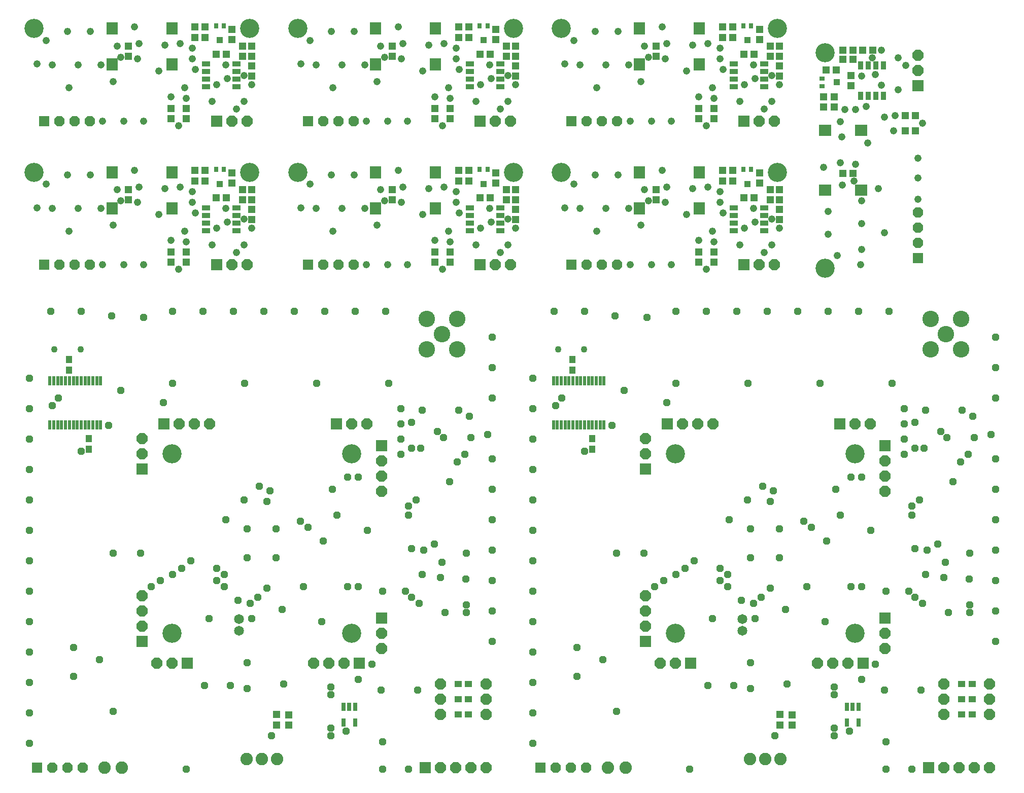
<source format=gbs>
G75*
G70*
%OFA0B0*%
%FSLAX24Y24*%
%IPPOS*%
%LPD*%
%AMOC8*
5,1,8,0,0,1.08239X$1,22.5*
%
%ADD10C,0.1261*%
%ADD11R,0.0217X0.0630*%
%ADD12R,0.0395X0.0474*%
%ADD13C,0.0434*%
%ADD14R,0.0297X0.0552*%
%ADD15C,0.1080*%
%ADD16R,0.0674X0.0674*%
%ADD17OC8,0.0674*%
%ADD18C,0.0820*%
%ADD19R,0.0740X0.0740*%
%ADD20OC8,0.0740*%
%ADD21R,0.0474X0.0513*%
%ADD22C,0.0650*%
%ADD23R,0.0474X0.0395*%
%ADD24R,0.0769X0.0789*%
%ADD25R,0.0580X0.0330*%
%ADD26R,0.0513X0.0474*%
%ADD27R,0.0434X0.0434*%
%ADD28R,0.0316X0.0356*%
%ADD29R,0.0789X0.0769*%
%ADD30R,0.0330X0.0580*%
%ADD31R,0.0356X0.0316*%
%ADD32OC8,0.0476*%
%ADD33C,0.0476*%
D10*
X010023Y010023D03*
X021834Y010023D03*
X021834Y021834D03*
X010023Y021834D03*
X015141Y040337D03*
X018290Y040337D03*
X018290Y049786D03*
X015141Y049786D03*
X000967Y049786D03*
X000967Y040337D03*
X032463Y040337D03*
X035613Y040337D03*
X035613Y049786D03*
X032463Y049786D03*
X049786Y049786D03*
X052936Y048211D03*
X049786Y040337D03*
X052936Y034038D03*
X054904Y021834D03*
X043093Y021834D03*
X043093Y010023D03*
X054904Y010023D03*
D11*
X038414Y023741D03*
X038158Y023741D03*
X037902Y023741D03*
X037647Y023741D03*
X037391Y023741D03*
X037135Y023741D03*
X036879Y023741D03*
X036623Y023741D03*
X036367Y023741D03*
X036111Y023741D03*
X035855Y023741D03*
X035599Y023741D03*
X035343Y023741D03*
X035087Y023741D03*
X035087Y026619D03*
X035343Y026619D03*
X035599Y026619D03*
X035855Y026619D03*
X036111Y026619D03*
X036367Y026619D03*
X036623Y026619D03*
X036879Y026619D03*
X037135Y026619D03*
X037391Y026619D03*
X037647Y026619D03*
X037902Y026619D03*
X038158Y026619D03*
X038414Y026619D03*
X005343Y026619D03*
X005087Y026619D03*
X004832Y026619D03*
X004576Y026619D03*
X004320Y026619D03*
X004064Y026619D03*
X003808Y026619D03*
X003552Y026619D03*
X003296Y026619D03*
X003040Y026619D03*
X002784Y026619D03*
X002528Y026619D03*
X002273Y026619D03*
X002017Y026619D03*
X002017Y023741D03*
X002273Y023741D03*
X002528Y023741D03*
X002784Y023741D03*
X003040Y023741D03*
X003296Y023741D03*
X003552Y023741D03*
X003808Y023741D03*
X004064Y023741D03*
X004320Y023741D03*
X004576Y023741D03*
X004832Y023741D03*
X005087Y023741D03*
X005343Y023741D03*
D12*
X004580Y022815D03*
X004580Y022145D03*
X003280Y027345D03*
X003280Y028015D03*
X036351Y028015D03*
X036351Y027345D03*
X037651Y022815D03*
X037651Y022145D03*
D13*
X037117Y028680D03*
X035385Y028680D03*
X004046Y028680D03*
X002314Y028680D03*
D14*
X021306Y005192D03*
X021680Y005192D03*
X022054Y005192D03*
X022054Y004168D03*
X021306Y004168D03*
X054377Y004168D03*
X055125Y004168D03*
X055125Y005192D03*
X054751Y005192D03*
X054377Y005192D03*
D15*
X059853Y028680D03*
X060853Y029680D03*
X061853Y028680D03*
X061853Y030680D03*
X059853Y030680D03*
X028782Y030680D03*
X027782Y029680D03*
X028782Y028680D03*
X026782Y028680D03*
X026782Y030680D03*
D16*
X001180Y001180D03*
X034251Y001180D03*
X036278Y034251D03*
X036278Y043700D03*
X018956Y043700D03*
X018956Y034251D03*
X001633Y034251D03*
X001633Y043700D03*
X059023Y034704D03*
D17*
X059023Y035704D03*
X059023Y036704D03*
X059023Y037704D03*
X039278Y034251D03*
X038278Y034251D03*
X037278Y034251D03*
X037278Y043700D03*
X038278Y043700D03*
X039278Y043700D03*
X021956Y043700D03*
X020956Y043700D03*
X019956Y043700D03*
X019956Y034251D03*
X020956Y034251D03*
X021956Y034251D03*
X004633Y034251D03*
X003633Y034251D03*
X002633Y034251D03*
X002633Y043700D03*
X003633Y043700D03*
X004633Y043700D03*
X004180Y001180D03*
X003180Y001180D03*
X002180Y001180D03*
X035251Y001180D03*
X036251Y001180D03*
X037251Y001180D03*
D18*
X038681Y001180D03*
X039821Y001180D03*
X047999Y001755D03*
X048999Y001755D03*
X049999Y001755D03*
X016928Y001755D03*
X015928Y001755D03*
X014928Y001755D03*
X006750Y001180D03*
X005610Y001180D03*
D19*
X011023Y008054D03*
X008054Y009507D03*
X022349Y008054D03*
X023802Y011023D03*
X026680Y001180D03*
X041125Y009507D03*
X044093Y008054D03*
X055420Y008054D03*
X056873Y011023D03*
X059751Y001180D03*
X041125Y020834D03*
X042578Y023802D03*
X053904Y023802D03*
X056873Y022349D03*
X047605Y034251D03*
X047605Y043700D03*
X059023Y046030D03*
X030282Y043700D03*
X030282Y034251D03*
X020834Y023802D03*
X023802Y022349D03*
X009507Y023802D03*
X008054Y020834D03*
X012960Y034251D03*
X012960Y043700D03*
D20*
X013960Y043700D03*
X014960Y043700D03*
X014960Y034251D03*
X013960Y034251D03*
X012507Y023802D03*
X011507Y023802D03*
X010507Y023802D03*
X008054Y022834D03*
X008054Y021834D03*
X008054Y012507D03*
X008054Y011507D03*
X008054Y010507D03*
X009023Y008054D03*
X010023Y008054D03*
X019349Y008054D03*
X020349Y008054D03*
X021349Y008054D03*
X023802Y009023D03*
X023802Y010023D03*
X027680Y006680D03*
X027680Y005680D03*
X027680Y004680D03*
X030680Y004680D03*
X030680Y005680D03*
X030680Y006680D03*
X030680Y001180D03*
X029680Y001180D03*
X028680Y001180D03*
X027680Y001180D03*
X041125Y010507D03*
X041125Y011507D03*
X041125Y012507D03*
X042093Y008054D03*
X043093Y008054D03*
X052420Y008054D03*
X053420Y008054D03*
X054420Y008054D03*
X056873Y009023D03*
X056873Y010023D03*
X060751Y006680D03*
X060751Y005680D03*
X060751Y004680D03*
X063751Y004680D03*
X063751Y005680D03*
X063751Y006680D03*
X063751Y001180D03*
X062751Y001180D03*
X061751Y001180D03*
X060751Y001180D03*
X056873Y019349D03*
X056873Y020349D03*
X056873Y021349D03*
X055904Y023802D03*
X054904Y023802D03*
X045578Y023802D03*
X044578Y023802D03*
X043578Y023802D03*
X041125Y022834D03*
X041125Y021834D03*
X048605Y034251D03*
X049605Y034251D03*
X049605Y043700D03*
X048605Y043700D03*
X059023Y047030D03*
X059023Y048030D03*
X032282Y043700D03*
X031282Y043700D03*
X031282Y034251D03*
X032282Y034251D03*
X022834Y023802D03*
X021834Y023802D03*
X023802Y021349D03*
X023802Y020349D03*
X023802Y019349D03*
D21*
X027303Y034416D03*
X027303Y035086D03*
X028303Y035086D03*
X028303Y034416D03*
X032603Y037216D03*
X032603Y037886D03*
X032603Y038516D03*
X032003Y038516D03*
X032003Y039186D03*
X032603Y039186D03*
X031303Y039616D03*
X031303Y040286D03*
X028303Y043865D03*
X028303Y044534D03*
X027303Y044534D03*
X027303Y043865D03*
X024503Y047965D03*
X024503Y048634D03*
X031303Y049065D03*
X031303Y049734D03*
X032003Y048634D03*
X032603Y048634D03*
X032603Y047965D03*
X032003Y047965D03*
X032603Y047334D03*
X032603Y046665D03*
X024503Y039186D03*
X024503Y038516D03*
X015280Y038516D03*
X014680Y038516D03*
X015280Y037886D03*
X015280Y037216D03*
X015280Y039186D03*
X014680Y039186D03*
X013980Y039616D03*
X013980Y040286D03*
X010980Y043865D03*
X010980Y044534D03*
X009980Y044534D03*
X009980Y043865D03*
X007180Y047965D03*
X007180Y048634D03*
X013980Y049065D03*
X013980Y049734D03*
X014680Y048634D03*
X015280Y048634D03*
X015280Y047965D03*
X014680Y047965D03*
X015280Y047334D03*
X015280Y046665D03*
X007180Y039186D03*
X007180Y038516D03*
X009980Y035086D03*
X010980Y035086D03*
X010980Y034416D03*
X009980Y034416D03*
X041826Y038516D03*
X041826Y039186D03*
X044626Y035086D03*
X045626Y035086D03*
X045626Y034416D03*
X044626Y034416D03*
X049926Y037216D03*
X049926Y037886D03*
X049926Y038516D03*
X049326Y038516D03*
X049326Y039186D03*
X049926Y039186D03*
X048626Y039616D03*
X048626Y040286D03*
X045626Y043865D03*
X045626Y044534D03*
X044626Y044534D03*
X044626Y043865D03*
X041826Y047965D03*
X041826Y048634D03*
X048626Y049065D03*
X048626Y049734D03*
X049326Y048634D03*
X049926Y048634D03*
X049926Y047965D03*
X049326Y047965D03*
X049926Y047334D03*
X049926Y046665D03*
X052823Y045286D03*
X053523Y045286D03*
X053523Y044616D03*
X052823Y044616D03*
X054623Y046016D03*
X054623Y046686D03*
X050758Y004650D03*
X049975Y004679D03*
X049975Y004010D03*
X050758Y003981D03*
X017687Y003981D03*
X017687Y004650D03*
X016904Y004679D03*
X016904Y004010D03*
D22*
X014436Y010188D03*
X014436Y010975D03*
X047507Y010975D03*
X047507Y010188D03*
D23*
X061916Y006680D03*
X062586Y006680D03*
X062586Y005680D03*
X061916Y005680D03*
X061916Y004680D03*
X062586Y004680D03*
X029515Y004680D03*
X028845Y004680D03*
X028845Y005680D03*
X029515Y005680D03*
X029515Y006680D03*
X028845Y006680D03*
D24*
X027345Y037975D03*
X027345Y040337D03*
X023408Y040337D03*
X023408Y037975D03*
X023408Y047424D03*
X023408Y049786D03*
X027345Y049786D03*
X027345Y047424D03*
X040731Y047424D03*
X040731Y049786D03*
X044668Y049786D03*
X044668Y047424D03*
X044668Y040337D03*
X044668Y037975D03*
X040731Y037975D03*
X040731Y040337D03*
X010023Y040337D03*
X010023Y037975D03*
X006086Y037975D03*
X006086Y040337D03*
X006086Y047424D03*
X006086Y049786D03*
X010023Y049786D03*
X010023Y047424D03*
D25*
X012280Y047450D03*
X012280Y046950D03*
X012280Y046450D03*
X012280Y045950D03*
X014280Y045950D03*
X014280Y046450D03*
X014280Y046950D03*
X014280Y047450D03*
X014280Y038001D03*
X014280Y037501D03*
X014280Y037001D03*
X014280Y036501D03*
X012280Y036501D03*
X012280Y037001D03*
X012280Y037501D03*
X012280Y038001D03*
X029603Y038001D03*
X029603Y037501D03*
X029603Y037001D03*
X029603Y036501D03*
X031603Y036501D03*
X031603Y037001D03*
X031603Y037501D03*
X031603Y038001D03*
X031603Y045950D03*
X031603Y046450D03*
X031603Y046950D03*
X031603Y047450D03*
X029603Y047450D03*
X029603Y046950D03*
X029603Y046450D03*
X029603Y045950D03*
X046926Y045950D03*
X046926Y046450D03*
X046926Y046950D03*
X046926Y047450D03*
X048926Y047450D03*
X048926Y046950D03*
X048926Y046450D03*
X048926Y045950D03*
X048926Y038001D03*
X048926Y037501D03*
X048926Y037001D03*
X048926Y036501D03*
X046926Y036501D03*
X046926Y037001D03*
X046926Y037501D03*
X046926Y038001D03*
D26*
X047591Y038651D03*
X048260Y038651D03*
X046860Y039751D03*
X046191Y039751D03*
X046191Y040451D03*
X046860Y040451D03*
X054088Y040251D03*
X054757Y040251D03*
X058188Y043051D03*
X058857Y043051D03*
X058857Y044051D03*
X058188Y044051D03*
X053657Y047051D03*
X052988Y047051D03*
X054088Y047751D03*
X054088Y048351D03*
X054757Y048351D03*
X054757Y047751D03*
X055388Y048351D03*
X056057Y048351D03*
X048260Y048100D03*
X047591Y048100D03*
X046860Y049200D03*
X046191Y049200D03*
X046191Y049900D03*
X046860Y049900D03*
X030937Y048100D03*
X030268Y048100D03*
X029537Y049200D03*
X028868Y049200D03*
X028868Y049900D03*
X029537Y049900D03*
X029537Y040451D03*
X028868Y040451D03*
X028868Y039751D03*
X029537Y039751D03*
X030268Y038651D03*
X030937Y038651D03*
X013615Y038651D03*
X012945Y038651D03*
X012215Y039751D03*
X011545Y039751D03*
X011545Y040451D03*
X012215Y040451D03*
X012945Y048100D03*
X013615Y048100D03*
X012215Y049200D03*
X011545Y049200D03*
X011545Y049900D03*
X012215Y049900D03*
D27*
X013180Y049027D03*
X013180Y039578D03*
X030503Y039578D03*
X030503Y049027D03*
X047826Y049027D03*
X053695Y046251D03*
X047826Y039578D03*
D28*
X048082Y040523D03*
X047570Y040523D03*
X047570Y049972D03*
X048082Y049972D03*
X030759Y049972D03*
X030247Y049972D03*
X030247Y040523D03*
X030759Y040523D03*
X013436Y040523D03*
X012924Y040523D03*
X012924Y049972D03*
X013436Y049972D03*
D29*
X052936Y043093D03*
X055298Y043093D03*
X055298Y039156D03*
X052936Y039156D03*
D30*
X055273Y045351D03*
X055773Y045351D03*
X056273Y045351D03*
X056773Y045351D03*
X056773Y047351D03*
X056273Y047351D03*
X055773Y047351D03*
X055273Y047351D03*
D31*
X052750Y046507D03*
X052750Y045995D03*
D32*
X053151Y031180D03*
X055151Y031180D03*
X057151Y031180D03*
X057324Y026456D03*
X058151Y024780D03*
X058851Y023880D03*
X058151Y023780D03*
X058151Y022780D03*
X058851Y022180D03*
X059451Y022180D03*
X058151Y021780D03*
X060551Y023280D03*
X060951Y022880D03*
X062651Y024280D03*
X061951Y024680D03*
X062751Y022880D03*
X063851Y023080D03*
X064151Y021480D03*
X062351Y021780D03*
X061851Y021280D03*
X061351Y019980D03*
X059151Y018780D03*
X058651Y018380D03*
X058651Y017780D03*
X060351Y015880D03*
X059651Y015480D03*
X058851Y015580D03*
X059551Y013880D03*
X060751Y013680D03*
X060851Y014680D03*
X062451Y015280D03*
X064151Y015480D03*
X064151Y013480D03*
X062401Y013580D03*
X062451Y011880D03*
X062451Y011380D03*
X061051Y011380D03*
X059351Y011980D03*
X058851Y012380D03*
X058451Y012780D03*
X056951Y012780D03*
X055351Y013080D03*
X054651Y013080D03*
X052951Y010780D03*
X051751Y013080D03*
X050351Y011580D03*
X049351Y012980D03*
X048751Y012380D03*
X048251Y011980D03*
X047451Y012180D03*
X046551Y013080D03*
X046051Y013480D03*
X046551Y013880D03*
X046051Y014280D03*
X044351Y014780D03*
X043751Y014280D03*
X043151Y013880D03*
X042351Y013480D03*
X041751Y013080D03*
X041051Y015280D03*
X039251Y015280D03*
X033751Y014780D03*
X033751Y012780D03*
X033751Y010780D03*
X033751Y008780D03*
X033751Y006780D03*
X033751Y004780D03*
X033751Y002780D03*
X036651Y007180D03*
X038351Y008280D03*
X036651Y009080D03*
X039251Y004880D03*
X044051Y001080D03*
X049651Y003280D03*
X048051Y006380D03*
X046951Y006580D03*
X045251Y006580D03*
X048051Y008080D03*
X050451Y006680D03*
X053551Y006480D03*
X053551Y005980D03*
X055351Y006980D03*
X056251Y007980D03*
X056851Y006280D03*
X059251Y006280D03*
X056951Y002880D03*
X056951Y001080D03*
X058651Y001080D03*
X054551Y003580D03*
X053551Y003780D03*
X053551Y003280D03*
X048351Y010980D03*
X045551Y010980D03*
X048051Y014980D03*
X049951Y014980D03*
X049951Y016880D03*
X051551Y017380D03*
X052051Y016980D03*
X053051Y016080D03*
X053951Y017780D03*
X053651Y019480D03*
X054651Y020280D03*
X055351Y020280D03*
X055951Y016780D03*
X049351Y018680D03*
X049551Y019380D03*
X048851Y019680D03*
X047851Y018780D03*
X046651Y017480D03*
X048051Y016880D03*
X038951Y023680D03*
X037151Y021980D03*
X033751Y022780D03*
X033751Y020780D03*
X033751Y018780D03*
X033751Y016780D03*
X031080Y017480D03*
X031080Y015480D03*
X029380Y015280D03*
X027780Y014680D03*
X027680Y013680D03*
X026480Y013880D03*
X025380Y012780D03*
X025780Y012380D03*
X026280Y011980D03*
X027980Y011380D03*
X029380Y011380D03*
X029380Y011880D03*
X029330Y013580D03*
X031080Y013480D03*
X031080Y011480D03*
X031080Y009480D03*
X026180Y006280D03*
X023780Y006280D03*
X022280Y006980D03*
X023180Y007980D03*
X020480Y006480D03*
X020480Y005980D03*
X020480Y003780D03*
X020480Y003280D03*
X021480Y003580D03*
X023880Y002880D03*
X023880Y001080D03*
X025580Y001080D03*
X017380Y006680D03*
X014980Y006380D03*
X013880Y006580D03*
X012180Y006580D03*
X014980Y008080D03*
X015280Y010980D03*
X015180Y011980D03*
X015680Y012380D03*
X016280Y012980D03*
X014380Y012180D03*
X013480Y013080D03*
X012980Y013480D03*
X013480Y013880D03*
X012980Y014280D03*
X011280Y014780D03*
X010680Y014280D03*
X010080Y013880D03*
X009280Y013480D03*
X008680Y013080D03*
X007980Y015280D03*
X006180Y015280D03*
X000680Y014780D03*
X000680Y012780D03*
X000680Y010780D03*
X000680Y008780D03*
X000680Y006780D03*
X000680Y004780D03*
X000680Y002780D03*
X006180Y004880D03*
X003580Y007180D03*
X003580Y009080D03*
X005280Y008280D03*
X012480Y010980D03*
X017280Y011580D03*
X018680Y013080D03*
X019880Y010780D03*
X021580Y013080D03*
X022280Y013080D03*
X023880Y012780D03*
X025780Y015580D03*
X026580Y015480D03*
X027280Y015880D03*
X025580Y017780D03*
X025580Y018380D03*
X026080Y018780D03*
X028280Y019980D03*
X028780Y021280D03*
X029280Y021780D03*
X029680Y022880D03*
X030780Y023080D03*
X029580Y024280D03*
X028880Y024680D03*
X027480Y023280D03*
X027880Y022880D03*
X026380Y022180D03*
X025780Y022180D03*
X025080Y021780D03*
X025080Y022780D03*
X025080Y023780D03*
X025780Y023880D03*
X026480Y024680D03*
X025080Y024780D03*
X024253Y026456D03*
X019529Y026456D03*
X014804Y026456D03*
X010080Y026456D03*
X009480Y025180D03*
X006680Y025980D03*
X005880Y023680D03*
X004080Y021980D03*
X000680Y022780D03*
X000680Y020780D03*
X000680Y018780D03*
X000680Y016780D03*
X000680Y024780D03*
X002180Y024980D03*
X002580Y025480D03*
X000680Y026780D03*
X006080Y030880D03*
X004080Y031180D03*
X002080Y031180D03*
X008180Y030780D03*
X010080Y031180D03*
X012080Y031180D03*
X014080Y031180D03*
X016080Y031180D03*
X018080Y031180D03*
X020080Y031180D03*
X022080Y031180D03*
X024080Y031180D03*
X031080Y029480D03*
X031080Y027480D03*
X031080Y025480D03*
X033751Y024780D03*
X035251Y024980D03*
X035651Y025480D03*
X033751Y026780D03*
X039151Y030880D03*
X037151Y031180D03*
X035151Y031180D03*
X041251Y030780D03*
X043151Y031180D03*
X045151Y031180D03*
X047151Y031180D03*
X049151Y031180D03*
X051151Y031180D03*
X052600Y026456D03*
X047875Y026456D03*
X043151Y026456D03*
X042551Y025180D03*
X039751Y025980D03*
X031080Y021480D03*
X031080Y019480D03*
X022880Y016780D03*
X020880Y017780D03*
X018980Y016980D03*
X018480Y017380D03*
X016880Y016880D03*
X016280Y018680D03*
X016480Y019380D03*
X015780Y019680D03*
X014780Y018780D03*
X013580Y017480D03*
X014980Y016880D03*
X014980Y014980D03*
X016880Y014980D03*
X019980Y016080D03*
X020580Y019480D03*
X021580Y020280D03*
X022280Y020280D03*
X016580Y003280D03*
X010980Y001080D03*
X059551Y024680D03*
X064151Y025480D03*
X064151Y027480D03*
X064151Y029480D03*
X064151Y019480D03*
X064151Y017480D03*
X064151Y011480D03*
X064151Y009480D03*
D33*
X045126Y033951D03*
X045626Y035751D03*
X045526Y036451D03*
X044626Y035851D03*
X043826Y037551D03*
X042426Y038351D03*
X041326Y038451D03*
X041066Y039190D03*
X042226Y040451D03*
X042526Y039351D03*
X044226Y039251D03*
X045226Y039351D03*
X046026Y039051D03*
X046026Y038351D03*
X046226Y037651D03*
X047626Y036651D03*
X048326Y037051D03*
X048226Y037951D03*
X049426Y037251D03*
X049926Y036651D03*
X049426Y035551D03*
X048926Y035051D03*
X047326Y035551D03*
X042826Y034251D03*
X041526Y034251D03*
X040126Y034251D03*
X037926Y036451D03*
X038526Y037951D03*
X036826Y037951D03*
X035826Y038001D03*
X036426Y039551D03*
X037826Y040151D03*
X039326Y040151D03*
X040026Y037951D03*
X040826Y036851D03*
X045126Y043400D03*
X047326Y045000D03*
X047626Y046100D03*
X048326Y046500D03*
X048226Y047400D03*
X049426Y046700D03*
X049926Y046100D03*
X049426Y045000D03*
X048926Y044500D03*
X045626Y045200D03*
X045526Y045900D03*
X044626Y045300D03*
X043826Y047000D03*
X042426Y047800D03*
X041326Y047900D03*
X041066Y048639D03*
X040026Y047400D03*
X040826Y046300D03*
X038526Y047400D03*
X036826Y047400D03*
X035826Y047450D03*
X036426Y049000D03*
X037826Y049600D03*
X039326Y049600D03*
X042226Y049900D03*
X042526Y048800D03*
X044226Y048700D03*
X045226Y048800D03*
X046026Y048500D03*
X046026Y047800D03*
X046226Y047100D03*
X042826Y043700D03*
X041526Y043700D03*
X040126Y043700D03*
X037926Y045900D03*
X032603Y046100D03*
X032103Y046700D03*
X031003Y046500D03*
X030303Y046100D03*
X030003Y045000D03*
X028303Y045200D03*
X028203Y045900D03*
X027303Y045300D03*
X026503Y047000D03*
X025103Y047800D03*
X025203Y048800D03*
X024903Y049900D03*
X023743Y048639D03*
X024003Y047900D03*
X022703Y047400D03*
X023503Y046300D03*
X021203Y047400D03*
X020603Y045900D03*
X019503Y047400D03*
X018503Y047450D03*
X019103Y049000D03*
X020503Y049600D03*
X022003Y049600D03*
X026903Y048700D03*
X027903Y048800D03*
X028703Y048500D03*
X028703Y047800D03*
X028903Y047100D03*
X030903Y047400D03*
X032103Y045000D03*
X031603Y044500D03*
X027803Y043400D03*
X025503Y043700D03*
X024203Y043700D03*
X022803Y043700D03*
X022003Y040151D03*
X020503Y040151D03*
X019103Y039551D03*
X019503Y037951D03*
X018503Y038001D03*
X020603Y036451D03*
X021203Y037951D03*
X022703Y037951D03*
X023503Y036851D03*
X024003Y038451D03*
X023743Y039190D03*
X025203Y039351D03*
X025103Y038351D03*
X026503Y037551D03*
X027303Y035851D03*
X028303Y035751D03*
X028203Y036451D03*
X030003Y035551D03*
X030303Y036651D03*
X031003Y037051D03*
X030903Y037951D03*
X032103Y037251D03*
X032603Y036651D03*
X032103Y035551D03*
X031603Y035051D03*
X028903Y037651D03*
X028703Y038351D03*
X028703Y039051D03*
X027903Y039351D03*
X026903Y039251D03*
X024903Y040451D03*
X025503Y034251D03*
X024203Y034251D03*
X022803Y034251D03*
X027803Y033951D03*
X015280Y036651D03*
X014780Y037251D03*
X013680Y037051D03*
X012980Y036651D03*
X012680Y035551D03*
X014280Y035051D03*
X014780Y035551D03*
X013580Y037951D03*
X011580Y037651D03*
X011380Y038351D03*
X011380Y039051D03*
X010580Y039351D03*
X009580Y039251D03*
X007880Y039351D03*
X007780Y038351D03*
X006680Y038451D03*
X006421Y039190D03*
X007580Y040451D03*
X004680Y040151D03*
X003180Y040151D03*
X001780Y039551D03*
X002180Y037951D03*
X001180Y038001D03*
X003280Y036451D03*
X003880Y037951D03*
X005380Y037951D03*
X006180Y036851D03*
X005480Y034251D03*
X006880Y034251D03*
X008180Y034251D03*
X009980Y035851D03*
X010980Y035751D03*
X010880Y036451D03*
X009180Y037551D03*
X010480Y033951D03*
X010480Y043400D03*
X012680Y045000D03*
X012980Y046100D03*
X013680Y046500D03*
X013580Y047400D03*
X014780Y046700D03*
X015280Y046100D03*
X014780Y045000D03*
X014280Y044500D03*
X010980Y045200D03*
X010880Y045900D03*
X009980Y045300D03*
X009180Y047000D03*
X007780Y047800D03*
X006680Y047900D03*
X006421Y048639D03*
X005380Y047400D03*
X006180Y046300D03*
X003880Y047400D03*
X002180Y047400D03*
X001180Y047450D03*
X001780Y049000D03*
X003180Y049600D03*
X004680Y049600D03*
X007580Y049900D03*
X007880Y048800D03*
X009580Y048700D03*
X010580Y048800D03*
X011380Y048500D03*
X011380Y047800D03*
X011580Y047100D03*
X008180Y043700D03*
X006880Y043700D03*
X005480Y043700D03*
X003280Y045900D03*
X052823Y040651D03*
X053923Y040951D03*
X054923Y040851D03*
X054823Y039751D03*
X054084Y039491D03*
X055323Y038451D03*
X056423Y039251D03*
X059023Y039951D03*
X059023Y041251D03*
X057423Y043051D03*
X057523Y044051D03*
X056823Y043951D03*
X055623Y044651D03*
X054923Y044451D03*
X054223Y044451D03*
X053923Y043651D03*
X054023Y042651D03*
X055723Y042251D03*
X059323Y043551D03*
X057723Y045751D03*
X056623Y046051D03*
X056223Y046751D03*
X055323Y046651D03*
X056023Y047851D03*
X056623Y048351D03*
X057723Y047851D03*
X058223Y047351D03*
X059023Y038551D03*
X056823Y036351D03*
X055323Y036951D03*
X055323Y035251D03*
X055273Y034251D03*
X053723Y034851D03*
X053123Y036251D03*
X053123Y037751D03*
M02*

</source>
